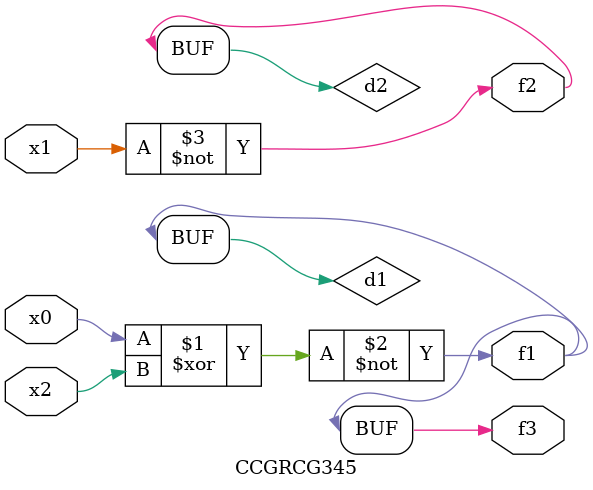
<source format=v>
module CCGRCG345(
	input x0, x1, x2,
	output f1, f2, f3
);

	wire d1, d2, d3;

	xnor (d1, x0, x2);
	nand (d2, x1);
	nor (d3, x1, x2);
	assign f1 = d1;
	assign f2 = d2;
	assign f3 = d1;
endmodule

</source>
